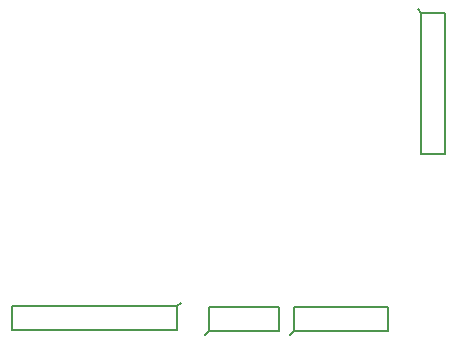
<source format=gm1>
G04*
G04 #@! TF.GenerationSoftware,Altium Limited,Altium Designer,18.1.6 (161)*
G04*
G04 Layer_Color=16711935*
%FSTAX24Y24*%
%MOIN*%
G70*
G01*
G75*
%ADD15C,0.0080*%
D15*
X029241Y020558D02*
X029359Y020676D01*
X031721D02*
Y021464D01*
X029359D02*
X031721D01*
X029359Y020676D02*
Y021464D01*
Y020676D02*
X031721D01*
X022812Y021504D02*
X028324D01*
Y020716D02*
Y021504D01*
X022812Y020716D02*
X028324D01*
X022812D02*
Y021504D01*
X028324D02*
X028442Y021622D01*
X036456Y026567D02*
Y031291D01*
X037244D01*
Y026567D02*
Y031291D01*
X036456Y026567D02*
X037244D01*
X036338Y031409D02*
X036456Y031291D01*
X032077Y020558D02*
X032195Y020676D01*
X035345D02*
Y021464D01*
X032195D02*
X035345D01*
X032195Y020676D02*
Y021464D01*
Y020676D02*
X035345D01*
M02*

</source>
